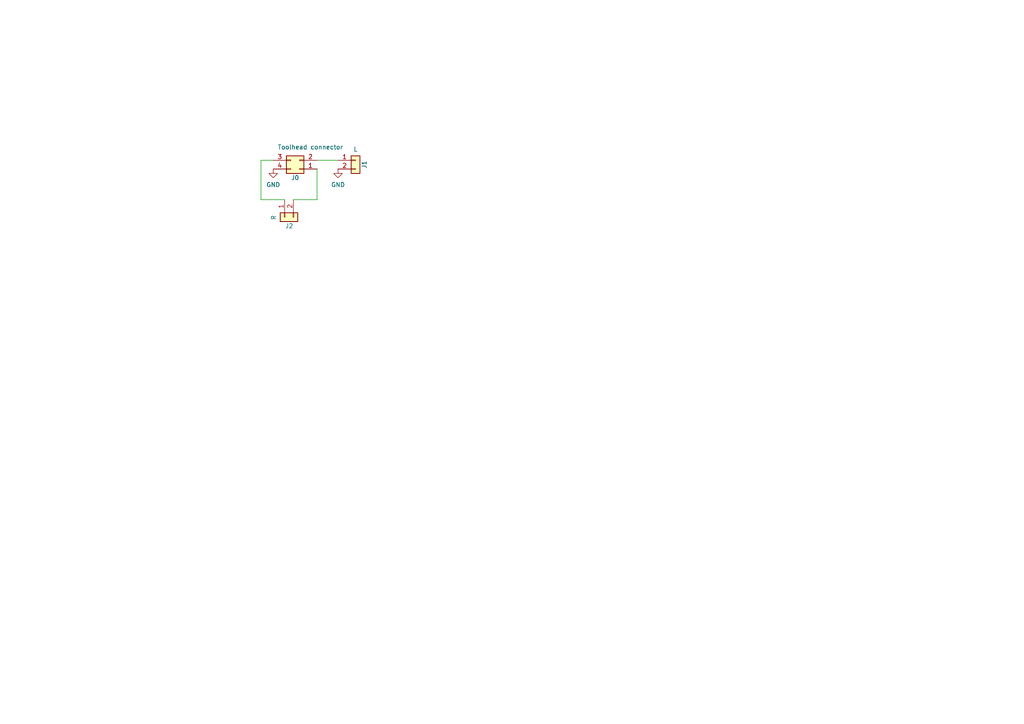
<source format=kicad_sch>
(kicad_sch (version 20250114) (generator "eeschema") (generator_version "9.0")
  (paper "A4")
  (lib_symbols
    (symbol "Connector_Generic:Conn_01x02" (pin_names (offset 1.016) (hide yes))
      (property "Reference" "J" (at 0 2.54 0))
      (property "Value" "Conn_01x02" (at 0 -5.08 0))
      (symbol "Conn_01x02_1_1"
        (rectangle (start -1.27 1.27) (end 1.27 -3.81) (stroke (width 0.254)) (fill (type background)))
        (rectangle (start -1.27 0.127) (end 0 -0.127) (stroke (width 0.1524)))
        (rectangle (start -1.27 -2.413) (end 0 -2.667) (stroke (width 0.1524)))
        (pin passive line (at -5.08 0 0) (length 3.81) (name "Pin_1") (number "1"))
        (pin passive line (at -5.08 -2.54 0) (length 3.81) (name "Pin_2") (number "2"))
      )
    )
    (symbol "Connector_Generic:Conn_02x02_Counter_Clockwise" (pin_names (offset 1.016) (hide yes))
      (property "Reference" "J" (at 1.27 2.54 0))
      (property "Value" "Conn_02x02_Counter_Clockwise" (at 1.27 -5.08 0))
      (symbol "Conn_02x02_Counter_Clockwise_1_1"
        (rectangle (start -1.27 1.27) (end 3.81 -3.81) (stroke (width 0.254)) (fill (type background)))
        (rectangle (start -1.27 0.127) (end 0 -0.127) (stroke (width 0.1524)))
        (rectangle (start -1.27 -2.413) (end 0 -2.667) (stroke (width 0.1524)))
        (rectangle (start 3.81 0.127) (end 2.54 -0.127) (stroke (width 0.1524)))
        (rectangle (start 3.81 -2.413) (end 2.54 -2.667) (stroke (width 0.1524)))
        (pin passive line (at -5.08 0 0) (length 3.81) (name "Pin_1") (number "1"))
        (pin passive line (at -5.08 -2.54 0) (length 3.81) (name "Pin_2") (number "2"))
        (pin passive line (at 7.62 0 180) (length 3.81) (name "Pin_4") (number "4"))
        (pin passive line (at 7.62 -2.54 180) (length 3.81) (name "Pin_3") (number "3"))
      )
    )
    (symbol "power:GND" (power) (pin_names (offset 0))
      (property "Value" "GND" (at 0 -3.81 0))
      (symbol "GND_0_1"
        (polyline (pts (xy 0 0) (xy 0 -1.27) (xy 1.27 -1.27) (xy 0 -2.54) (xy -1.27 -1.27) (xy 0 -1.27)))
      )
      (symbol "GND_1_1"
        (pin power_in line (at 0 0 270) (length 0) (hide yes) (name "GND") (number "1"))
      )
    )
  )
  (wire (pts (xy 75.692 46.482) (xy 75.692 57.912)))
  (wire (pts (xy 91.948 57.912) (xy 91.948 49.022)))
  (wire (pts (xy 98.044 46.482) (xy 91.948 46.482)))
  (wire (pts (xy 85.09 57.912) (xy 91.948 57.912)))
  (wire (pts (xy 75.692 46.482) (xy 79.248 46.482)))
  (wire (pts (xy 75.692 57.912) (xy 82.55 57.912)))
  (symbol (lib_id "Connector_Generic:Conn_02x02_Counter_Clockwise") (at 86.868 49.022 180) (unit 1)
    (property "Reference" "J0" (at 85.598 51.562 0))
    (property "Value" "Toolhead connector" (at 90.043 42.672 0))
    (property "Footprint" "Connector_Molex:Molex_Micro-Fit_3.0_43045-0412_2x02_P3.00mm_Vertical" (effects (hide yes)))
  )
  (symbol (lib_id "power:GND") (at 79.248 49.022 0) (unit 1)
    (property "Reference" "#PWR0102" (effects (hide yes)))
    (property "Value" "GND" (at 79.248 53.5845 0))
  )
  (symbol (lib_id "power:GND") (at 98.044 49.022 0) (unit 1)
    (property "Reference" "#PWR0101" (effects (hide yes)))
    (property "Value" "GND" (at 98.044 53.5845 0))
  )
  (symbol (lib_id "Connector_Generic:Conn_01x02") (at 103.124 46.482 0) (unit 1)
    (property "Reference" "J1" (at 105.664 47.752 90))
    (property "Value" "L" (at 103.124 43.307 0))
    (property "Footprint" "molex-shelf:CONN-TH_2P-P5.08_796949-2" (effects (hide yes)))
  )
  (symbol (lib_id "Connector_Generic:Conn_01x02") (at 82.55 62.992 90) (mirror x) (unit 1)
    (property "Reference" "J2" (at 85.09 65.532 90) (effects (justify left)))
    (property "Value" "R" (at 79.375 62.357 0) (effects (justify left)))
    (property "Footprint" "molex-shelf:CONN-TH_2P-P5.08_796949-2" (effects (hide yes)))
    (property "Description" "Generic connector, single row, 01x02, script generated (kicad-library-utils/schlib/autogen/connector/)" (effects (hide yes)))
  )
)
</source>
